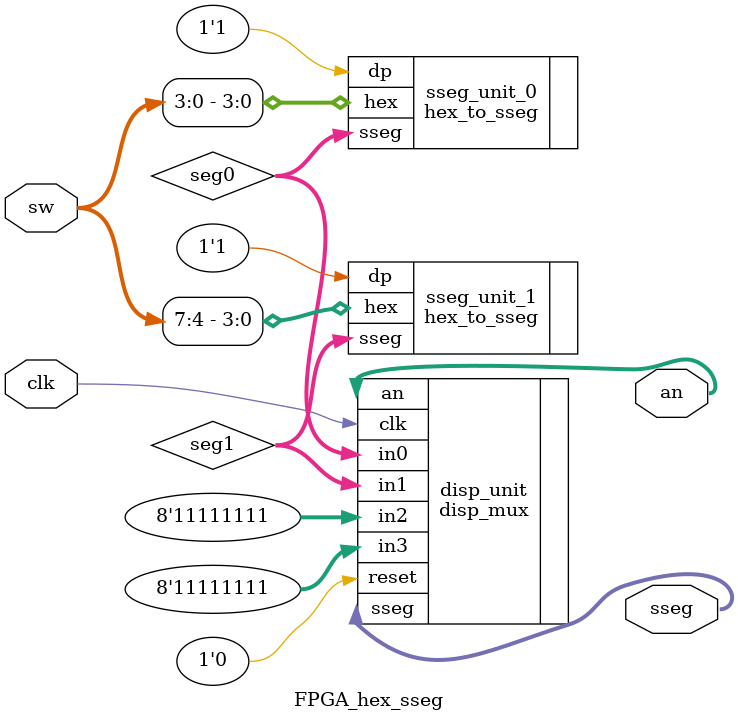
<source format=v>
`timescale 1ns / 1ps
module FPGA_hex_sseg
   (
     input wire clk,
     input wire [7:0] sw,
     output wire [3:0] an,
     output wire [7:0] sseg
   );
	
	// note the use of local parameters (module constants):
	localparam [7:0] DISABLED_DISPLAY = 8'b11111111;

   // internal signal declarations:
   wire [7:0] seg0, seg1;

   // sub-module insantiations:
	
	/*	NOTE:
	 *
	 *	(1) All of the output signals to the sseg display are ACTIVE LOW.
	 *	(2) The sseg display units on the FPGA board must be TIME-DIVISION MULTIPLEXED (TDM).
	 *	    Becuase ALL of the sseg displays show the same value at any one time,
	 *	    the individual sseg diaplays must be switched on ONE AT A TIME, very quickly,
	 *		 while the appropriate symbol is configured. This switching occurs faster than
	 *		 human vision can perceive, and therefore creates the illusion of separate sseg
	 *		 display units, each one independent of the other.
	 */
	
   hex_to_sseg sseg_unit_0
      ( .hex( sw[3:0] ), .dp( 1'b1 ), .sseg( seg0 ) );	// decoder for 4 LSBs of switches
		
   hex_to_sseg sseg_unit_1
      ( .hex( sw[7:4] ), .dp( 1'b1 ), .sseg( seg1 ) );	// decoder for 4 MSBs of switches

   disp_mux disp_unit
      ( .clk( clk ), .reset( 1'b0 ), .in0( seg0 ), .in1( seg1 ),
        .in2( DISABLED_DISPLAY ), .in3( DISABLED_DISPLAY ), .an( an ), .sseg( sseg ) );		// 7-seg LED display time-multiplexing module
		 
endmodule

</source>
